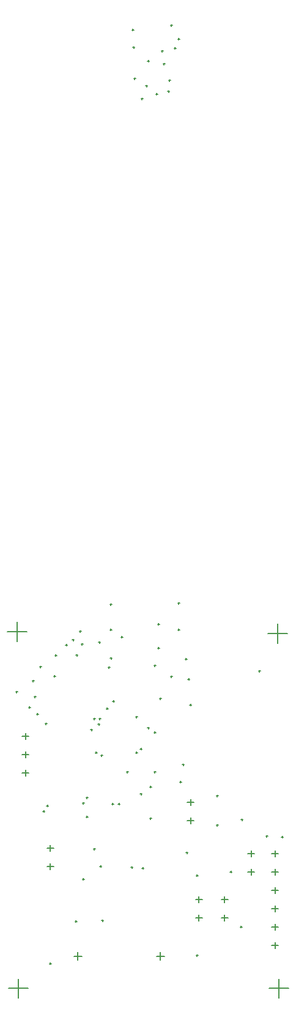
<source format=gbr>
%TF.GenerationSoftware,Altium Limited,Altium Designer,19.1.5 (86)*%
G04 Layer_Color=128*
%FSLAX26Y26*%
%MOIN*%
%TF.FileFunction,Drillmap*%
%TF.Part,Single*%
G01*
G75*
%TA.AperFunction,NonConductor*%
%ADD51C,0.005000*%
D51*
X4247283Y2270000D02*
X4282717D01*
X4265000Y2252284D02*
Y2287716D01*
X4247283Y2370000D02*
X4282717D01*
X4265000Y2352284D02*
Y2387716D01*
X4577283Y1990000D02*
X4612717D01*
X4595000Y1972284D02*
Y2007716D01*
X4577283Y2090000D02*
X4612717D01*
X4595000Y2072284D02*
Y2107716D01*
X4432283Y1740000D02*
X4467717D01*
X4450000Y1722284D02*
Y1757716D01*
X4432283Y1840000D02*
X4467717D01*
X4450000Y1822284D02*
Y1857716D01*
X4292283Y1740000D02*
X4327717D01*
X4310000Y1722284D02*
Y1757716D01*
X4292283Y1840000D02*
X4327717D01*
X4310000Y1822284D02*
Y1857716D01*
X3347284Y2530000D02*
X3382716D01*
X3365000Y2512284D02*
Y2547716D01*
X3347284Y2630000D02*
X3382716D01*
X3365000Y2612284D02*
Y2647716D01*
X3347284Y2730000D02*
X3382716D01*
X3365000Y2712284D02*
Y2747716D01*
X3482284Y2020000D02*
X3517716D01*
X3500000Y2002284D02*
Y2037716D01*
X3482284Y2120000D02*
X3517716D01*
X3500000Y2102284D02*
Y2137716D01*
X4707283Y1590000D02*
X4742717D01*
X4725000Y1572284D02*
Y1607716D01*
X4707283Y1690000D02*
X4742717D01*
X4725000Y1672284D02*
Y1707716D01*
X4707283Y1790000D02*
X4742717D01*
X4725000Y1772284D02*
Y1807716D01*
X4707283Y1890000D02*
X4742717D01*
X4725000Y1872284D02*
Y1907716D01*
X4707283Y1990000D02*
X4742717D01*
X4725000Y1972284D02*
Y2007716D01*
X4707283Y2090000D02*
X4742717D01*
X4725000Y2072284D02*
Y2107716D01*
X3628347Y1530000D02*
X3671653D01*
X3650000Y1508347D02*
Y1551653D01*
X4079134Y1530000D02*
X4122441D01*
X4100787Y1508347D02*
Y1551653D01*
X3805000Y2880000D02*
X3815000D01*
X3810000Y2875000D02*
Y2885000D01*
X3745000Y2640000D02*
X3755000D01*
X3750000Y2635000D02*
Y2645000D01*
X3460000Y2320000D02*
X3470000D01*
X3465000Y2315000D02*
Y2325000D01*
X3480000Y2350000D02*
X3490000D01*
X3485000Y2345000D02*
Y2355000D01*
X3915000Y2535000D02*
X3925000D01*
X3920000Y2530000D02*
Y2540000D01*
X3835000Y2360000D02*
X3845000D01*
X3840000Y2355000D02*
Y2365000D01*
X3695000Y2395000D02*
X3705000D01*
X3700000Y2390000D02*
Y2400000D01*
X4065000Y2535000D02*
X4075000D01*
X4070000Y2530000D02*
Y2540000D01*
X3990000Y2415000D02*
X4000000D01*
X3995000Y2410000D02*
Y2420000D01*
X4041575Y2453425D02*
X4051575D01*
X4046575Y2448425D02*
Y2458425D01*
X4205000Y2480000D02*
X4215000D01*
X4210000Y2475000D02*
Y2485000D01*
X3940000Y2015000D02*
X3950000D01*
X3945000Y2010000D02*
Y2020000D01*
X3735000Y2115000D02*
X3745000D01*
X3740000Y2110000D02*
Y2120000D01*
X4030000Y2775000D02*
X4040000D01*
X4035000Y2770000D02*
Y2780000D01*
X4195000Y3455000D02*
X4205000D01*
X4200000Y3450000D02*
Y3460000D01*
X4195000Y3310000D02*
X4205000D01*
X4200000Y3305000D02*
Y3315000D01*
X3825312Y3449501D02*
X3835312D01*
X3830312Y3444501D02*
Y3454501D01*
X3775000Y2625000D02*
X3785000D01*
X3780000Y2620000D02*
Y2630000D01*
X3965000Y2640000D02*
X3975000D01*
X3970000Y2635000D02*
Y2645000D01*
X3990000Y2660000D02*
X4000000D01*
X3995000Y2655000D02*
Y2665000D01*
X4065000Y2750000D02*
X4075000D01*
X4070000Y2745000D02*
Y2755000D01*
X3840000Y2920000D02*
X3850000D01*
X3845000Y2915000D02*
Y2925000D01*
X3735421Y2825421D02*
X3745421D01*
X3740421Y2820421D02*
Y2830421D01*
X3620000Y3255000D02*
X3630000D01*
X3625000Y3250000D02*
Y3260000D01*
X3815000Y3105000D02*
X3825000D01*
X3820000Y3100000D02*
Y3110000D01*
X3425000Y2850000D02*
X3435000D01*
X3430000Y2845000D02*
Y2855000D01*
X3780000Y1725000D02*
X3790000D01*
X3785000Y1720000D02*
Y1730000D01*
X3635000Y1720000D02*
X3645000D01*
X3640000Y1715000D02*
Y1725000D01*
X4085000Y3340000D02*
X4095000D01*
X4090000Y3335000D02*
Y3345000D01*
X4085000Y3210000D02*
X4095000D01*
X4090000Y3205000D02*
Y3215000D01*
X4250000Y3040000D02*
X4260000D01*
X4255000Y3035000D02*
Y3045000D01*
X4140000Y6245000D02*
X4150000D01*
X4145000Y6240000D02*
Y6250000D01*
X4030000Y6410000D02*
X4040000D01*
X4035000Y6405000D02*
Y6415000D01*
X4145000Y6305000D02*
X4155000D01*
X4150000Y6300000D02*
Y6310000D01*
X3955000Y6315000D02*
X3965000D01*
X3960000Y6310000D02*
Y6320000D01*
X4075000Y6230000D02*
X4085000D01*
X4080000Y6225000D02*
Y6235000D01*
X4105000Y6465000D02*
X4115000D01*
X4110000Y6460000D02*
Y6470000D01*
X4155000Y6605000D02*
X4165000D01*
X4160000Y6600000D02*
Y6610000D01*
X3945000Y6580000D02*
X3955000D01*
X3950000Y6575000D02*
Y6585000D01*
X4195000Y6530000D02*
X4205000D01*
X4200000Y6525000D02*
Y6535000D01*
X4065000Y3115000D02*
X4075000D01*
X4070000Y3110000D02*
Y3120000D01*
X4041707Y2281707D02*
X4051707D01*
X4046707Y2276707D02*
Y2286707D01*
X3720000Y2765000D02*
X3730000D01*
X3725000Y2760000D02*
Y2770000D01*
X3760000Y2795000D02*
X3770000D01*
X3765000Y2790000D02*
Y2800000D01*
Y2825000D02*
X3775000D01*
X3770000Y2820000D02*
Y2830000D01*
X3965000Y2835000D02*
X3975000D01*
X3970000Y2830000D02*
Y2840000D01*
X4760000Y2180000D02*
X4770000D01*
X4765000Y2175000D02*
Y2185000D01*
X4675000D02*
X4685000D01*
X4680000Y2180000D02*
Y2190000D01*
X3825000Y3310000D02*
X3835000D01*
X3830000Y3305000D02*
Y3315000D01*
X3885000Y3270000D02*
X3895000D01*
X3890000Y3265000D02*
Y3275000D01*
X4635000Y3085000D02*
X4645000D01*
X4640000Y3080000D02*
Y3090000D01*
X4260000Y2900000D02*
X4270000D01*
X4265000Y2895000D02*
Y2905000D01*
X4155000Y3055000D02*
X4165000D01*
X4160000Y3050000D02*
Y3060000D01*
X4235000Y3150000D02*
X4245000D01*
X4240000Y3145000D02*
Y3155000D01*
X4095000Y2935000D02*
X4105000D01*
X4100000Y2930000D02*
Y2940000D01*
X3870000Y2360000D02*
X3880000D01*
X3875000Y2355000D02*
Y2365000D01*
X3675000D02*
X3685000D01*
X3680000Y2360000D02*
Y2370000D01*
X3695000Y2290000D02*
X3705000D01*
X3700000Y2285000D02*
Y2295000D01*
X4220000Y2575000D02*
X4230000D01*
X4225000Y2570000D02*
Y2580000D01*
X4405000Y2405000D02*
X4415000D01*
X4410000Y2400000D02*
Y2410000D01*
X4405000Y2245000D02*
X4415000D01*
X4410000Y2240000D02*
Y2250000D01*
X4540000Y2275000D02*
X4550000D01*
X4545000Y2270000D02*
Y2280000D01*
X4295000Y1970000D02*
X4305000D01*
X4300000Y1965000D02*
Y1975000D01*
X4240000Y2095000D02*
X4250000D01*
X4245000Y2090000D02*
Y2100000D01*
X4480000Y1990000D02*
X4490000D01*
X4485000Y1985000D02*
Y1995000D01*
X3770000Y2020000D02*
X3780000D01*
X3775000Y2015000D02*
Y2025000D01*
X4535000Y1690000D02*
X4545000D01*
X4540000Y1685000D02*
Y1695000D01*
X4295000Y1535000D02*
X4305000D01*
X4300000Y1530000D02*
Y1540000D01*
X3675000Y1950000D02*
X3685000D01*
X3680000Y1945000D02*
Y1955000D01*
X4000000Y2010000D02*
X4010000D01*
X4005000Y2005000D02*
Y2015000D01*
X3495000Y1490000D02*
X3505000D01*
X3500000Y1485000D02*
Y1495000D01*
X3950000Y6485000D02*
X3960000D01*
X3955000Y6480000D02*
Y6490000D01*
X4175000Y6480000D02*
X4185000D01*
X4180000Y6475000D02*
Y6485000D01*
X3995000Y6205000D02*
X4005000D01*
X4000000Y6200000D02*
Y6210000D01*
X4020000Y6275000D02*
X4030000D01*
X4025000Y6270000D02*
Y6280000D01*
X4115000Y6395000D02*
X4125000D01*
X4120000Y6390000D02*
Y6400000D01*
X3826758Y3155973D02*
X3836758D01*
X3831758Y3150973D02*
Y3160973D01*
X3658718Y3301960D02*
X3668718D01*
X3663718Y3296960D02*
Y3306960D01*
X3763317Y3241960D02*
X3773317D01*
X3768317Y3236960D02*
Y3246960D01*
X3667912Y3231960D02*
X3677912D01*
X3672912Y3226960D02*
Y3236960D01*
X3640073Y3171960D02*
X3650073D01*
X3645073Y3166960D02*
Y3176960D01*
X3583167Y3226960D02*
X3593167D01*
X3588167Y3221960D02*
Y3231960D01*
X3525000Y3170000D02*
X3535000D01*
X3530000Y3165000D02*
Y3175000D01*
X3472008Y2798846D02*
X3482008D01*
X3477008Y2793846D02*
Y2803846D01*
X3381758Y2886960D02*
X3391758D01*
X3386758Y2881960D02*
Y2891960D01*
X3518215Y3057784D02*
X3528215D01*
X3523215Y3052784D02*
Y3062784D01*
X3441758Y3109362D02*
X3451758D01*
X3446758Y3104362D02*
Y3114362D01*
X3401758Y3031960D02*
X3411758D01*
X3406758Y3026960D02*
Y3036960D01*
X3411723Y2945383D02*
X3421723D01*
X3416723Y2940383D02*
Y2950383D01*
X3311758Y2971960D02*
X3321758D01*
X3316758Y2966960D02*
Y2976960D01*
X4686850Y3290000D02*
X4793150D01*
X4740000Y3236850D02*
Y3343150D01*
X3271850Y1355000D02*
X3378150D01*
X3325000Y1301850D02*
Y1408150D01*
X4691850Y1355000D02*
X4798150D01*
X4745000Y1301850D02*
Y1408150D01*
X3266850Y3300000D02*
X3373150D01*
X3320000Y3246850D02*
Y3353150D01*
%TF.MD5,9519f59fb688cd08ab96ca2ffc475be2*%
M02*

</source>
